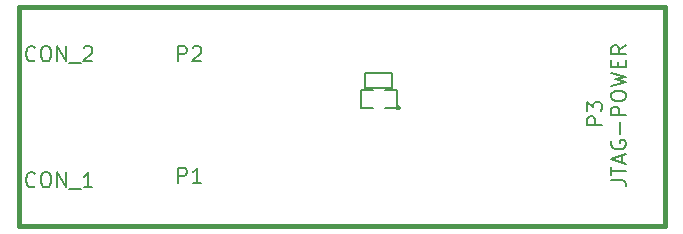
<source format=gbo>
G04 (created by PCBNEW-RS274X (2010-03-14)-final) date jue 03 nov 2011 19:09:22 ART*
G01*
G70*
G90*
%MOIN*%
G04 Gerber Fmt 3.4, Leading zero omitted, Abs format*
%FSLAX34Y34*%
G04 APERTURE LIST*
%ADD10C,0.000100*%
%ADD11C,0.015000*%
%ADD12C,0.005000*%
G04 APERTURE END LIST*
G54D10*
G54D11*
X76900Y-45850D02*
X76900Y-53150D01*
X76900Y-53150D02*
X55350Y-53150D01*
X55350Y-53150D02*
X55350Y-45850D01*
X55350Y-45850D02*
X76900Y-45850D01*
G54D12*
X68050Y-49200D02*
X68049Y-49209D01*
X68046Y-49219D01*
X68041Y-49227D01*
X68035Y-49235D01*
X68027Y-49241D01*
X68019Y-49246D01*
X68010Y-49248D01*
X68000Y-49249D01*
X67991Y-49249D01*
X67982Y-49246D01*
X67973Y-49241D01*
X67966Y-49235D01*
X67959Y-49228D01*
X67955Y-49219D01*
X67952Y-49210D01*
X67951Y-49200D01*
X67951Y-49191D01*
X67954Y-49182D01*
X67958Y-49173D01*
X67965Y-49166D01*
X67972Y-49159D01*
X67980Y-49155D01*
X67990Y-49152D01*
X67999Y-49151D01*
X68008Y-49151D01*
X68018Y-49154D01*
X68026Y-49158D01*
X68034Y-49164D01*
X68040Y-49172D01*
X68045Y-49180D01*
X68048Y-49189D01*
X68049Y-49199D01*
X68050Y-49200D01*
X67550Y-49200D02*
X67950Y-49200D01*
X67950Y-49200D02*
X67950Y-48600D01*
X67950Y-48600D02*
X67550Y-48600D01*
X67150Y-48600D02*
X66750Y-48600D01*
X66750Y-48600D02*
X66750Y-49200D01*
X66750Y-49200D02*
X67150Y-49200D01*
X67800Y-48050D02*
X66900Y-48050D01*
X66900Y-48050D02*
X66900Y-48550D01*
X66900Y-48550D02*
X67800Y-48550D01*
X67800Y-48550D02*
X67800Y-48050D01*
X60681Y-51702D02*
X60681Y-51202D01*
X60872Y-51202D01*
X60919Y-51226D01*
X60943Y-51250D01*
X60967Y-51298D01*
X60967Y-51369D01*
X60943Y-51417D01*
X60919Y-51440D01*
X60872Y-51464D01*
X60681Y-51464D01*
X61443Y-51702D02*
X61157Y-51702D01*
X61300Y-51702D02*
X61300Y-51202D01*
X61252Y-51274D01*
X61205Y-51321D01*
X61157Y-51345D01*
X55903Y-51805D02*
X55879Y-51829D01*
X55808Y-51852D01*
X55760Y-51852D01*
X55688Y-51829D01*
X55641Y-51781D01*
X55617Y-51733D01*
X55593Y-51638D01*
X55593Y-51567D01*
X55617Y-51471D01*
X55641Y-51424D01*
X55688Y-51376D01*
X55760Y-51352D01*
X55808Y-51352D01*
X55879Y-51376D01*
X55903Y-51400D01*
X56212Y-51352D02*
X56308Y-51352D01*
X56355Y-51376D01*
X56403Y-51424D01*
X56427Y-51519D01*
X56427Y-51686D01*
X56403Y-51781D01*
X56355Y-51829D01*
X56308Y-51852D01*
X56212Y-51852D01*
X56165Y-51829D01*
X56117Y-51781D01*
X56093Y-51686D01*
X56093Y-51519D01*
X56117Y-51424D01*
X56165Y-51376D01*
X56212Y-51352D01*
X56641Y-51852D02*
X56641Y-51352D01*
X56927Y-51852D01*
X56927Y-51352D01*
X57046Y-51900D02*
X57427Y-51900D01*
X57808Y-51852D02*
X57522Y-51852D01*
X57665Y-51852D02*
X57665Y-51352D01*
X57617Y-51424D01*
X57570Y-51471D01*
X57522Y-51495D01*
X60681Y-47652D02*
X60681Y-47152D01*
X60872Y-47152D01*
X60919Y-47176D01*
X60943Y-47200D01*
X60967Y-47248D01*
X60967Y-47319D01*
X60943Y-47367D01*
X60919Y-47390D01*
X60872Y-47414D01*
X60681Y-47414D01*
X61157Y-47200D02*
X61181Y-47176D01*
X61229Y-47152D01*
X61348Y-47152D01*
X61395Y-47176D01*
X61419Y-47200D01*
X61443Y-47248D01*
X61443Y-47295D01*
X61419Y-47367D01*
X61133Y-47652D01*
X61443Y-47652D01*
X55903Y-47605D02*
X55879Y-47629D01*
X55808Y-47652D01*
X55760Y-47652D01*
X55688Y-47629D01*
X55641Y-47581D01*
X55617Y-47533D01*
X55593Y-47438D01*
X55593Y-47367D01*
X55617Y-47271D01*
X55641Y-47224D01*
X55688Y-47176D01*
X55760Y-47152D01*
X55808Y-47152D01*
X55879Y-47176D01*
X55903Y-47200D01*
X56212Y-47152D02*
X56308Y-47152D01*
X56355Y-47176D01*
X56403Y-47224D01*
X56427Y-47319D01*
X56427Y-47486D01*
X56403Y-47581D01*
X56355Y-47629D01*
X56308Y-47652D01*
X56212Y-47652D01*
X56165Y-47629D01*
X56117Y-47581D01*
X56093Y-47486D01*
X56093Y-47319D01*
X56117Y-47224D01*
X56165Y-47176D01*
X56212Y-47152D01*
X56641Y-47652D02*
X56641Y-47152D01*
X56927Y-47652D01*
X56927Y-47152D01*
X57046Y-47700D02*
X57427Y-47700D01*
X57522Y-47200D02*
X57546Y-47176D01*
X57594Y-47152D01*
X57713Y-47152D01*
X57760Y-47176D01*
X57784Y-47200D01*
X57808Y-47248D01*
X57808Y-47295D01*
X57784Y-47367D01*
X57498Y-47652D01*
X57808Y-47652D01*
X74802Y-49769D02*
X74302Y-49769D01*
X74302Y-49578D01*
X74326Y-49531D01*
X74350Y-49507D01*
X74398Y-49483D01*
X74469Y-49483D01*
X74517Y-49507D01*
X74540Y-49531D01*
X74564Y-49578D01*
X74564Y-49769D01*
X74302Y-49317D02*
X74302Y-49007D01*
X74493Y-49174D01*
X74493Y-49102D01*
X74517Y-49055D01*
X74540Y-49031D01*
X74588Y-49007D01*
X74707Y-49007D01*
X74755Y-49031D01*
X74779Y-49055D01*
X74802Y-49102D01*
X74802Y-49245D01*
X74779Y-49293D01*
X74755Y-49317D01*
X75102Y-51616D02*
X75460Y-51616D01*
X75531Y-51640D01*
X75579Y-51688D01*
X75602Y-51759D01*
X75602Y-51807D01*
X75102Y-51449D02*
X75102Y-51164D01*
X75602Y-51307D02*
X75102Y-51307D01*
X75460Y-51021D02*
X75460Y-50783D01*
X75602Y-51068D02*
X75102Y-50902D01*
X75602Y-50735D01*
X75126Y-50306D02*
X75102Y-50354D01*
X75102Y-50425D01*
X75126Y-50497D01*
X75174Y-50544D01*
X75221Y-50568D01*
X75317Y-50592D01*
X75388Y-50592D01*
X75483Y-50568D01*
X75531Y-50544D01*
X75579Y-50497D01*
X75602Y-50425D01*
X75602Y-50377D01*
X75579Y-50306D01*
X75555Y-50282D01*
X75388Y-50282D01*
X75388Y-50377D01*
X75412Y-50068D02*
X75412Y-49687D01*
X75602Y-49449D02*
X75102Y-49449D01*
X75102Y-49258D01*
X75126Y-49211D01*
X75150Y-49187D01*
X75198Y-49163D01*
X75269Y-49163D01*
X75317Y-49187D01*
X75340Y-49211D01*
X75364Y-49258D01*
X75364Y-49449D01*
X75102Y-48854D02*
X75102Y-48758D01*
X75126Y-48711D01*
X75174Y-48663D01*
X75269Y-48639D01*
X75436Y-48639D01*
X75531Y-48663D01*
X75579Y-48711D01*
X75602Y-48758D01*
X75602Y-48854D01*
X75579Y-48901D01*
X75531Y-48949D01*
X75436Y-48973D01*
X75269Y-48973D01*
X75174Y-48949D01*
X75126Y-48901D01*
X75102Y-48854D01*
X75102Y-48473D02*
X75602Y-48354D01*
X75245Y-48258D01*
X75602Y-48163D01*
X75102Y-48044D01*
X75340Y-47854D02*
X75340Y-47687D01*
X75602Y-47616D02*
X75602Y-47854D01*
X75102Y-47854D01*
X75102Y-47616D01*
X75602Y-47116D02*
X75364Y-47283D01*
X75602Y-47402D02*
X75102Y-47402D01*
X75102Y-47211D01*
X75126Y-47164D01*
X75150Y-47140D01*
X75198Y-47116D01*
X75269Y-47116D01*
X75317Y-47140D01*
X75340Y-47164D01*
X75364Y-47211D01*
X75364Y-47402D01*
M02*

</source>
